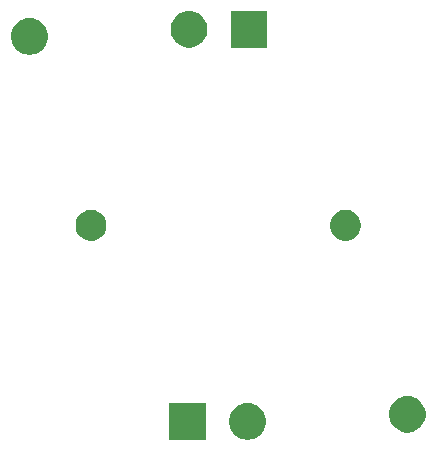
<source format=gbs>
G04 #@! TF.GenerationSoftware,KiCad,Pcbnew,(5.1.0)-1*
G04 #@! TF.CreationDate,2019-08-23T17:35:28+05:30*
G04 #@! TF.ProjectId,XHP70.2_breakout_rev2,58485037-302e-4325-9f62-7265616b6f75,rev?*
G04 #@! TF.SameCoordinates,Original*
G04 #@! TF.FileFunction,Soldermask,Bot*
G04 #@! TF.FilePolarity,Negative*
%FSLAX46Y46*%
G04 Gerber Fmt 4.6, Leading zero omitted, Abs format (unit mm)*
G04 Created by KiCad (PCBNEW (5.1.0)-1) date 2019-08-23 17:35:28*
%MOMM*%
%LPD*%
G04 APERTURE LIST*
%ADD10C,0.100000*%
G04 APERTURE END LIST*
D10*
G36*
X32782585Y-45078802D02*
G01*
X32932410Y-45108604D01*
X33214674Y-45225521D01*
X33468705Y-45395259D01*
X33684741Y-45611295D01*
X33854479Y-45865326D01*
X33971396Y-46147590D01*
X34031000Y-46447240D01*
X34031000Y-46752760D01*
X33971396Y-47052410D01*
X33854479Y-47334674D01*
X33684741Y-47588705D01*
X33468705Y-47804741D01*
X33214674Y-47974479D01*
X32932410Y-48091396D01*
X32782585Y-48121198D01*
X32632761Y-48151000D01*
X32327239Y-48151000D01*
X32177415Y-48121198D01*
X32027590Y-48091396D01*
X31745326Y-47974479D01*
X31491295Y-47804741D01*
X31275259Y-47588705D01*
X31105521Y-47334674D01*
X30988604Y-47052410D01*
X30929000Y-46752760D01*
X30929000Y-46447240D01*
X30988604Y-46147590D01*
X31105521Y-45865326D01*
X31275259Y-45611295D01*
X31491295Y-45395259D01*
X31745326Y-45225521D01*
X32027590Y-45108604D01*
X32177415Y-45078802D01*
X32327239Y-45049000D01*
X32632761Y-45049000D01*
X32782585Y-45078802D01*
X32782585Y-45078802D01*
G37*
G36*
X28951000Y-48151000D02*
G01*
X25849000Y-48151000D01*
X25849000Y-45049000D01*
X28951000Y-45049000D01*
X28951000Y-48151000D01*
X28951000Y-48151000D01*
G37*
G36*
X46302585Y-44478802D02*
G01*
X46452410Y-44508604D01*
X46734674Y-44625521D01*
X46988705Y-44795259D01*
X47204741Y-45011295D01*
X47374479Y-45265326D01*
X47491396Y-45547590D01*
X47551000Y-45847240D01*
X47551000Y-46152760D01*
X47491396Y-46452410D01*
X47374479Y-46734674D01*
X47204741Y-46988705D01*
X46988705Y-47204741D01*
X46734674Y-47374479D01*
X46452410Y-47491396D01*
X46302585Y-47521198D01*
X46152761Y-47551000D01*
X45847239Y-47551000D01*
X45697415Y-47521198D01*
X45547590Y-47491396D01*
X45265326Y-47374479D01*
X45011295Y-47204741D01*
X44795259Y-46988705D01*
X44625521Y-46734674D01*
X44508604Y-46452410D01*
X44449000Y-46152760D01*
X44449000Y-45847240D01*
X44508604Y-45547590D01*
X44625521Y-45265326D01*
X44795259Y-45011295D01*
X45011295Y-44795259D01*
X45265326Y-44625521D01*
X45547590Y-44508604D01*
X45697415Y-44478802D01*
X45847239Y-44449000D01*
X46152761Y-44449000D01*
X46302585Y-44478802D01*
X46302585Y-44478802D01*
G37*
G36*
X41154487Y-28748996D02*
G01*
X41391253Y-28847068D01*
X41391255Y-28847069D01*
X41604339Y-28989447D01*
X41785553Y-29170661D01*
X41927932Y-29383747D01*
X42026004Y-29620513D01*
X42076000Y-29871861D01*
X42076000Y-30128139D01*
X42026004Y-30379487D01*
X41927932Y-30616253D01*
X41927931Y-30616255D01*
X41785553Y-30829339D01*
X41604339Y-31010553D01*
X41391255Y-31152931D01*
X41391254Y-31152932D01*
X41391253Y-31152932D01*
X41154487Y-31251004D01*
X40903139Y-31301000D01*
X40646861Y-31301000D01*
X40395513Y-31251004D01*
X40158747Y-31152932D01*
X40158746Y-31152932D01*
X40158745Y-31152931D01*
X39945661Y-31010553D01*
X39764447Y-30829339D01*
X39622069Y-30616255D01*
X39622068Y-30616253D01*
X39523996Y-30379487D01*
X39474000Y-30128139D01*
X39474000Y-29871861D01*
X39523996Y-29620513D01*
X39622068Y-29383747D01*
X39764447Y-29170661D01*
X39945661Y-28989447D01*
X40158745Y-28847069D01*
X40158747Y-28847068D01*
X40395513Y-28748996D01*
X40646861Y-28699000D01*
X40903139Y-28699000D01*
X41154487Y-28748996D01*
X41154487Y-28748996D01*
G37*
G36*
X19604487Y-28748996D02*
G01*
X19841253Y-28847068D01*
X19841255Y-28847069D01*
X20054339Y-28989447D01*
X20235553Y-29170661D01*
X20377932Y-29383747D01*
X20476004Y-29620513D01*
X20526000Y-29871861D01*
X20526000Y-30128139D01*
X20476004Y-30379487D01*
X20377932Y-30616253D01*
X20377931Y-30616255D01*
X20235553Y-30829339D01*
X20054339Y-31010553D01*
X19841255Y-31152931D01*
X19841254Y-31152932D01*
X19841253Y-31152932D01*
X19604487Y-31251004D01*
X19353139Y-31301000D01*
X19096861Y-31301000D01*
X18845513Y-31251004D01*
X18608747Y-31152932D01*
X18608746Y-31152932D01*
X18608745Y-31152931D01*
X18395661Y-31010553D01*
X18214447Y-30829339D01*
X18072069Y-30616255D01*
X18072068Y-30616253D01*
X17973996Y-30379487D01*
X17924000Y-30128139D01*
X17924000Y-29871861D01*
X17973996Y-29620513D01*
X18072068Y-29383747D01*
X18214447Y-29170661D01*
X18395661Y-28989447D01*
X18608745Y-28847069D01*
X18608747Y-28847068D01*
X18845513Y-28748996D01*
X19096861Y-28699000D01*
X19353139Y-28699000D01*
X19604487Y-28748996D01*
X19604487Y-28748996D01*
G37*
G36*
X14302585Y-12478802D02*
G01*
X14452410Y-12508604D01*
X14734674Y-12625521D01*
X14988705Y-12795259D01*
X15204741Y-13011295D01*
X15374479Y-13265326D01*
X15491396Y-13547590D01*
X15551000Y-13847240D01*
X15551000Y-14152760D01*
X15491396Y-14452410D01*
X15374479Y-14734674D01*
X15204741Y-14988705D01*
X14988705Y-15204741D01*
X14734674Y-15374479D01*
X14452410Y-15491396D01*
X14302585Y-15521198D01*
X14152761Y-15551000D01*
X13847239Y-15551000D01*
X13697415Y-15521198D01*
X13547590Y-15491396D01*
X13265326Y-15374479D01*
X13011295Y-15204741D01*
X12795259Y-14988705D01*
X12625521Y-14734674D01*
X12508604Y-14452410D01*
X12449000Y-14152760D01*
X12449000Y-13847240D01*
X12508604Y-13547590D01*
X12625521Y-13265326D01*
X12795259Y-13011295D01*
X13011295Y-12795259D01*
X13265326Y-12625521D01*
X13547590Y-12508604D01*
X13697415Y-12478802D01*
X13847239Y-12449000D01*
X14152761Y-12449000D01*
X14302585Y-12478802D01*
X14302585Y-12478802D01*
G37*
G36*
X34151000Y-14951000D02*
G01*
X31049000Y-14951000D01*
X31049000Y-11849000D01*
X34151000Y-11849000D01*
X34151000Y-14951000D01*
X34151000Y-14951000D01*
G37*
G36*
X27822585Y-11878802D02*
G01*
X27972410Y-11908604D01*
X28254674Y-12025521D01*
X28508705Y-12195259D01*
X28724741Y-12411295D01*
X28894479Y-12665326D01*
X29011396Y-12947590D01*
X29071000Y-13247240D01*
X29071000Y-13552760D01*
X29011396Y-13852410D01*
X28894479Y-14134674D01*
X28724741Y-14388705D01*
X28508705Y-14604741D01*
X28254674Y-14774479D01*
X27972410Y-14891396D01*
X27822585Y-14921198D01*
X27672761Y-14951000D01*
X27367239Y-14951000D01*
X27217415Y-14921198D01*
X27067590Y-14891396D01*
X26785326Y-14774479D01*
X26531295Y-14604741D01*
X26315259Y-14388705D01*
X26145521Y-14134674D01*
X26028604Y-13852410D01*
X25969000Y-13552760D01*
X25969000Y-13247240D01*
X26028604Y-12947590D01*
X26145521Y-12665326D01*
X26315259Y-12411295D01*
X26531295Y-12195259D01*
X26785326Y-12025521D01*
X27067590Y-11908604D01*
X27217415Y-11878802D01*
X27367239Y-11849000D01*
X27672761Y-11849000D01*
X27822585Y-11878802D01*
X27822585Y-11878802D01*
G37*
M02*

</source>
